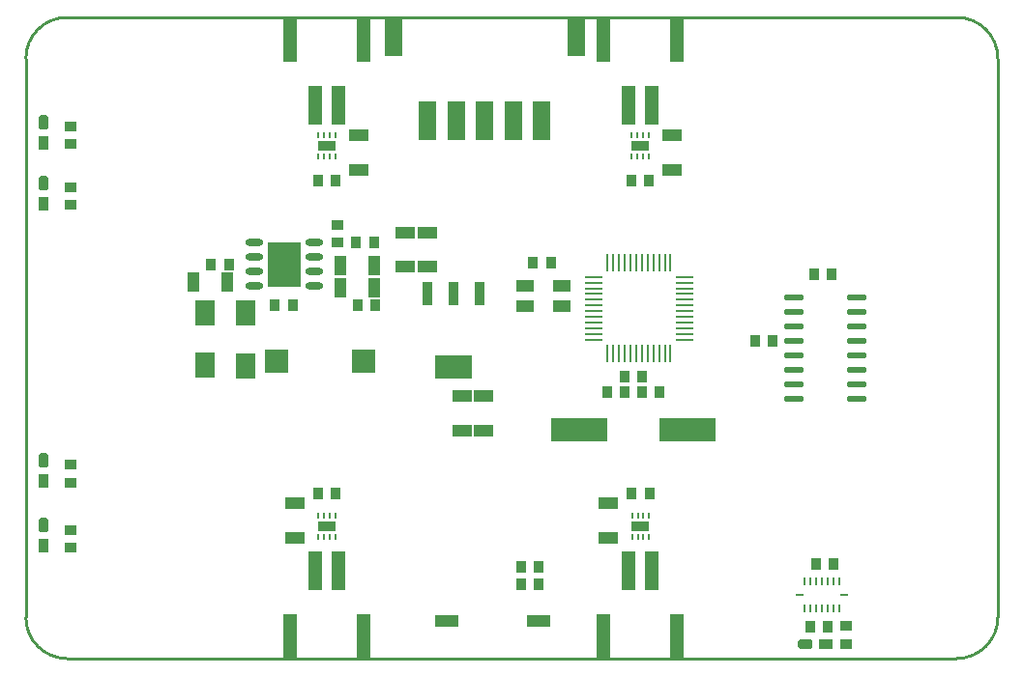
<source format=gtp>
G04*
G04 #@! TF.GenerationSoftware,Altium Limited,Altium Designer,22.0.2 (36)*
G04*
G04 Layer_Color=8421504*
%FSLAX25Y25*%
%MOIN*%
G70*
G04*
G04 #@! TF.SameCoordinates,A6D4CE7A-EFCD-4D6A-9A72-3AB9F5591AE9*
G04*
G04*
G04 #@! TF.FilePolarity,Positive*
G04*
G01*
G75*
%ADD16C,0.01000*%
%ADD20R,0.19685X0.07874*%
%ADD21R,0.03661X0.03858*%
%ADD22O,0.07087X0.02165*%
%ADD23R,0.05906X0.13780*%
%ADD24R,0.04724X0.15748*%
%ADD25R,0.04724X0.13780*%
%ADD26R,0.01102X0.01988*%
%ADD27R,0.06496X0.03543*%
%ADD28R,0.07087X0.04449*%
%ADD29O,0.06299X0.02362*%
%ADD30R,0.11811X0.15748*%
%ADD31R,0.04449X0.07087*%
%ADD32R,0.06890X0.08661*%
%ADD33O,0.00984X0.06102*%
%ADD34O,0.06102X0.00984*%
%ADD35R,0.06083X0.03925*%
%ADD36R,0.12598X0.07874*%
%ADD37R,0.03347X0.07874*%
%ADD38R,0.07874X0.04331*%
%ADD39R,0.07874X0.07874*%
G04:AMPARAMS|DCode=40|XSize=50mil|YSize=35mil|CornerRadius=0mil|HoleSize=0mil|Usage=FLASHONLY|Rotation=90.000|XOffset=0mil|YOffset=0mil|HoleType=Round|Shape=Octagon|*
%AMOCTAGOND40*
4,1,8,0.00875,0.02500,-0.00875,0.02500,-0.01750,0.01625,-0.01750,-0.01625,-0.00875,-0.02500,0.00875,-0.02500,0.01750,-0.01625,0.01750,0.01625,0.00875,0.02500,0.0*
%
%ADD40OCTAGOND40*%

%ADD41R,0.03500X0.05000*%
G04:AMPARAMS|DCode=42|XSize=50mil|YSize=35mil|CornerRadius=0mil|HoleSize=0mil|Usage=FLASHONLY|Rotation=180.000|XOffset=0mil|YOffset=0mil|HoleType=Round|Shape=Octagon|*
%AMOCTAGOND42*
4,1,8,-0.02500,0.00875,-0.02500,-0.00875,-0.01625,-0.01750,0.01625,-0.01750,0.02500,-0.00875,0.02500,0.00875,0.01625,0.01750,-0.01625,0.01750,-0.02500,0.00875,0.0*
%
%ADD42OCTAGOND42*%

%ADD43R,0.05000X0.03500*%
%ADD44R,0.03858X0.03661*%
%ADD45R,0.00984X0.02559*%
%ADD46R,0.02559X0.00984*%
D16*
X351500Y54398D02*
G03*
X365673Y68571I0J14173D01*
G01*
Y261500D02*
G03*
X351500Y275673I-14173J0D01*
G01*
X30579Y68571D02*
G03*
X44752Y54398I14173J0D01*
G01*
Y275658D02*
G03*
X30579Y261484I0J-14173D01*
G01*
X44752Y275658D02*
X351500D01*
X365673Y68571D02*
Y261500D01*
X44752Y54398D02*
X351500D01*
X30579Y68571D02*
Y261484D01*
D20*
X221299Y133259D02*
D03*
X258701D02*
D03*
D21*
X243032Y146259D02*
D03*
X249095D02*
D03*
X239405Y219500D02*
D03*
X245468D02*
D03*
X137500D02*
D03*
X131437D02*
D03*
X116500Y176500D02*
D03*
X122563D02*
D03*
X131370Y111500D02*
D03*
X137433D02*
D03*
X94500Y190500D02*
D03*
X100563D02*
D03*
X205500Y191000D02*
D03*
X211563D02*
D03*
X307000Y65500D02*
D03*
X300937D02*
D03*
X303000Y87000D02*
D03*
X309063D02*
D03*
X302437Y187000D02*
D03*
X308500D02*
D03*
X281937Y164000D02*
D03*
X288000D02*
D03*
X245563Y111500D02*
D03*
X239500D02*
D03*
X236968Y146259D02*
D03*
X230906D02*
D03*
X201185Y80000D02*
D03*
X207248D02*
D03*
X150563Y197968D02*
D03*
X144500D02*
D03*
X207248Y86000D02*
D03*
X201185D02*
D03*
X243032Y151759D02*
D03*
X236968D02*
D03*
X151000Y176469D02*
D03*
X144937D02*
D03*
D22*
X317154Y144000D02*
D03*
Y149000D02*
D03*
Y154000D02*
D03*
Y159000D02*
D03*
Y164000D02*
D03*
Y169000D02*
D03*
Y174000D02*
D03*
Y179000D02*
D03*
X295500Y144000D02*
D03*
Y149000D02*
D03*
Y154000D02*
D03*
Y159000D02*
D03*
Y164000D02*
D03*
Y169000D02*
D03*
Y174000D02*
D03*
Y179000D02*
D03*
D23*
X169122Y240000D02*
D03*
X157389Y269133D02*
D03*
X220225D02*
D03*
X178964Y240001D02*
D03*
X188807D02*
D03*
X198649D02*
D03*
X208492Y240000D02*
D03*
D24*
X121803Y267946D02*
D03*
X147000D02*
D03*
X229839D02*
D03*
X255035D02*
D03*
X147000Y61978D02*
D03*
X121803Y61976D02*
D03*
X229839Y61978D02*
D03*
X255035D02*
D03*
D25*
X138339Y245308D02*
D03*
X130465D02*
D03*
X246374D02*
D03*
X238500D02*
D03*
X138339Y84616D02*
D03*
X130465D02*
D03*
X246374D02*
D03*
X238500D02*
D03*
D26*
X137355Y235000D02*
D03*
X135386D02*
D03*
X133418D02*
D03*
X131449D02*
D03*
Y227696D02*
D03*
X133418D02*
D03*
X135386D02*
D03*
X137355D02*
D03*
X245390D02*
D03*
X243421D02*
D03*
X241453D02*
D03*
X239484D02*
D03*
Y235000D02*
D03*
X241453D02*
D03*
X243421D02*
D03*
X245390D02*
D03*
X131449Y103652D02*
D03*
X133418D02*
D03*
X135386D02*
D03*
X137355D02*
D03*
Y96348D02*
D03*
X135386D02*
D03*
X133418D02*
D03*
X131449D02*
D03*
X239547D02*
D03*
X241516D02*
D03*
X243484D02*
D03*
X245453D02*
D03*
Y103652D02*
D03*
X243484D02*
D03*
X241516D02*
D03*
X239547D02*
D03*
D27*
X134402Y231348D02*
D03*
X242437D02*
D03*
X134402Y100000D02*
D03*
X242500D02*
D03*
D28*
X145500Y223134D02*
D03*
Y234866D02*
D03*
X253500D02*
D03*
Y223134D02*
D03*
X123500Y96134D02*
D03*
Y107866D02*
D03*
X161500Y201366D02*
D03*
Y189634D02*
D03*
X231500Y107866D02*
D03*
Y96134D02*
D03*
X169000Y189634D02*
D03*
Y201366D02*
D03*
X181000Y144866D02*
D03*
Y133134D02*
D03*
X188500Y144866D02*
D03*
Y133134D02*
D03*
D29*
X109500Y198000D02*
D03*
X109500Y193000D02*
D03*
Y188000D02*
D03*
X109500Y183000D02*
D03*
X129972Y198000D02*
D03*
X129972Y193000D02*
D03*
Y188000D02*
D03*
X129972Y183000D02*
D03*
D30*
X119736Y190500D02*
D03*
D31*
X100169Y184500D02*
D03*
X88437D02*
D03*
X150606Y182468D02*
D03*
X138874D02*
D03*
X150606Y189969D02*
D03*
X138874D02*
D03*
D32*
X92500Y173726D02*
D03*
Y155615D02*
D03*
X106500Y155445D02*
D03*
Y173555D02*
D03*
D33*
X231173Y159512D02*
D03*
X233142D02*
D03*
X235110D02*
D03*
X237079D02*
D03*
X239047D02*
D03*
X241016D02*
D03*
X242984D02*
D03*
X244953D02*
D03*
X246921D02*
D03*
X248890D02*
D03*
X250858D02*
D03*
X252827D02*
D03*
Y191005D02*
D03*
X250858D02*
D03*
X248890D02*
D03*
X246921D02*
D03*
X244953D02*
D03*
X242984D02*
D03*
X241016D02*
D03*
X239047D02*
D03*
X237079D02*
D03*
X235110D02*
D03*
X233142D02*
D03*
X231173D02*
D03*
D34*
X257747Y164432D02*
D03*
Y166400D02*
D03*
Y168369D02*
D03*
Y170337D02*
D03*
Y172306D02*
D03*
Y174274D02*
D03*
Y176243D02*
D03*
Y178211D02*
D03*
Y180180D02*
D03*
Y182149D02*
D03*
Y184117D02*
D03*
Y186085D02*
D03*
X226254D02*
D03*
Y184117D02*
D03*
Y182149D02*
D03*
Y180180D02*
D03*
Y178211D02*
D03*
Y176243D02*
D03*
Y174274D02*
D03*
Y172306D02*
D03*
Y170337D02*
D03*
Y168369D02*
D03*
Y166400D02*
D03*
Y164432D02*
D03*
D35*
X202553Y183004D02*
D03*
Y175996D02*
D03*
X215447D02*
D03*
Y183004D02*
D03*
D36*
X178000Y155000D02*
D03*
D37*
X168945Y180500D02*
D03*
X178000D02*
D03*
X187055D02*
D03*
D38*
X175752Y67500D02*
D03*
X207248D02*
D03*
D39*
X117000Y157000D02*
D03*
X147000D02*
D03*
D40*
X36526Y122759D02*
D03*
Y239500D02*
D03*
Y218500D02*
D03*
Y100259D02*
D03*
D41*
Y115759D02*
D03*
Y232501D02*
D03*
Y211500D02*
D03*
Y93259D02*
D03*
D42*
X299500Y59263D02*
D03*
D43*
X306500D02*
D03*
D44*
X46000Y121228D02*
D03*
Y115165D02*
D03*
Y231906D02*
D03*
Y237969D02*
D03*
Y216968D02*
D03*
Y210906D02*
D03*
X138000Y197937D02*
D03*
Y204000D02*
D03*
X313500Y59469D02*
D03*
Y65531D02*
D03*
X46000Y98728D02*
D03*
Y92665D02*
D03*
D45*
X310905Y71552D02*
D03*
X308937Y71552D02*
D03*
X306968Y71552D02*
D03*
X305000Y71552D02*
D03*
X303032Y71552D02*
D03*
X301063D02*
D03*
X299094Y71552D02*
D03*
Y81000D02*
D03*
X301063Y81000D02*
D03*
X303032Y81000D02*
D03*
X305000Y81000D02*
D03*
X306968Y81000D02*
D03*
X308937Y81000D02*
D03*
X310905Y81000D02*
D03*
D46*
X297469Y76276D02*
D03*
X312547D02*
D03*
M02*

</source>
